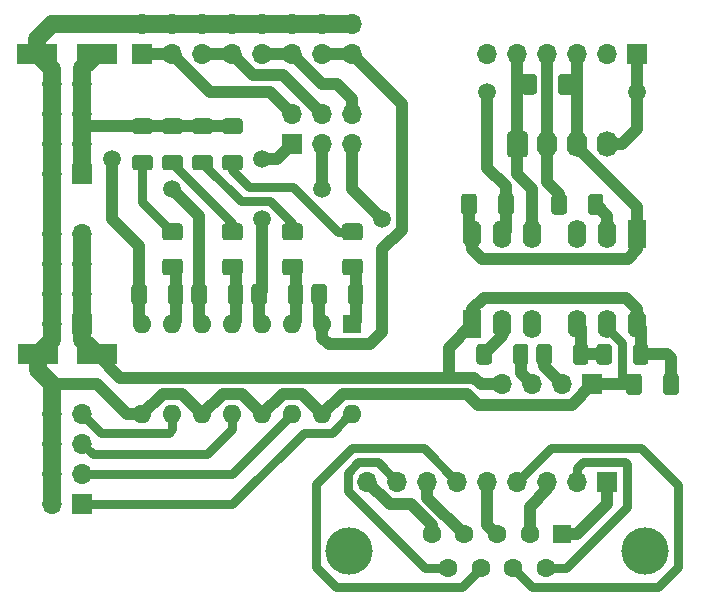
<source format=gbr>
%TF.GenerationSoftware,KiCad,Pcbnew,5.1.10-88a1d61d58~90~ubuntu20.04.1*%
%TF.CreationDate,2022-08-18T12:34:06+02:00*%
%TF.ProjectId,OptoIsolation,4f70746f-4973-46f6-9c61-74696f6e2e6b,rev?*%
%TF.SameCoordinates,PX4d83c00PY8eeaea0*%
%TF.FileFunction,Copper,L2,Bot*%
%TF.FilePolarity,Positive*%
%FSLAX46Y46*%
G04 Gerber Fmt 4.6, Leading zero omitted, Abs format (unit mm)*
G04 Created by KiCad (PCBNEW 5.1.10-88a1d61d58~90~ubuntu20.04.1) date 2022-08-18 12:34:06*
%MOMM*%
%LPD*%
G01*
G04 APERTURE LIST*
%TA.AperFunction,ComponentPad*%
%ADD10O,1.740000X2.190000*%
%TD*%
%TA.AperFunction,ComponentPad*%
%ADD11O,1.700000X1.700000*%
%TD*%
%TA.AperFunction,ComponentPad*%
%ADD12R,1.700000X1.700000*%
%TD*%
%TA.AperFunction,ComponentPad*%
%ADD13C,4.000000*%
%TD*%
%TA.AperFunction,ComponentPad*%
%ADD14C,1.600000*%
%TD*%
%TA.AperFunction,ComponentPad*%
%ADD15R,1.600000X1.600000*%
%TD*%
%TA.AperFunction,SMDPad,CuDef*%
%ADD16R,3.500000X1.800000*%
%TD*%
%TA.AperFunction,ComponentPad*%
%ADD17O,1.600000X1.600000*%
%TD*%
%TA.AperFunction,ComponentPad*%
%ADD18O,1.600000X2.400000*%
%TD*%
%TA.AperFunction,ComponentPad*%
%ADD19R,1.600000X2.400000*%
%TD*%
%TA.AperFunction,ViaPad*%
%ADD20C,1.500000*%
%TD*%
%TA.AperFunction,Conductor*%
%ADD21C,1.500000*%
%TD*%
%TA.AperFunction,Conductor*%
%ADD22C,1.000000*%
%TD*%
%TA.AperFunction,Conductor*%
%ADD23C,0.800000*%
%TD*%
G04 APERTURE END LIST*
%TO.P,R13,2*%
%TO.N,/5V_PC*%
%TA.AperFunction,SMDPad,CuDef*%
G36*
G01*
X47890000Y64145000D02*
X47890000Y65395000D01*
G75*
G02*
X48140000Y65645000I250000J0D01*
G01*
X48940000Y65645000D01*
G75*
G02*
X49190000Y65395000I0J-250000D01*
G01*
X49190000Y64145000D01*
G75*
G02*
X48940000Y63895000I-250000J0D01*
G01*
X48140000Y63895000D01*
G75*
G02*
X47890000Y64145000I0J250000D01*
G01*
G37*
%TD.AperFunction*%
%TO.P,R13,1*%
%TO.N,/RX_PC*%
%TA.AperFunction,SMDPad,CuDef*%
G36*
G01*
X44790000Y64145000D02*
X44790000Y65395000D01*
G75*
G02*
X45040000Y65645000I250000J0D01*
G01*
X45840000Y65645000D01*
G75*
G02*
X46090000Y65395000I0J-250000D01*
G01*
X46090000Y64145000D01*
G75*
G02*
X45840000Y63895000I-250000J0D01*
G01*
X45040000Y63895000D01*
G75*
G02*
X44790000Y64145000I0J250000D01*
G01*
G37*
%TD.AperFunction*%
%TD*%
%TO.P,R12,1*%
%TO.N,Net-(R12-Pad1)*%
%TA.AperFunction,SMDPad,CuDef*%
G36*
G01*
X51140000Y41285000D02*
X51140000Y42535000D01*
G75*
G02*
X51390000Y42785000I250000J0D01*
G01*
X52190000Y42785000D01*
G75*
G02*
X52440000Y42535000I0J-250000D01*
G01*
X52440000Y41285000D01*
G75*
G02*
X52190000Y41035000I-250000J0D01*
G01*
X51390000Y41035000D01*
G75*
G02*
X51140000Y41285000I0J250000D01*
G01*
G37*
%TD.AperFunction*%
%TO.P,R12,2*%
%TO.N,+5V*%
%TA.AperFunction,SMDPad,CuDef*%
G36*
G01*
X54240000Y41285000D02*
X54240000Y42535000D01*
G75*
G02*
X54490000Y42785000I250000J0D01*
G01*
X55290000Y42785000D01*
G75*
G02*
X55540000Y42535000I0J-250000D01*
G01*
X55540000Y41285000D01*
G75*
G02*
X55290000Y41035000I-250000J0D01*
G01*
X54490000Y41035000D01*
G75*
G02*
X54240000Y41285000I0J250000D01*
G01*
G37*
%TD.AperFunction*%
%TD*%
%TO.P,J5,1*%
%TO.N,/RX_PC*%
%TA.AperFunction,ComponentPad*%
G36*
G01*
X43580000Y58844999D02*
X43580000Y60535001D01*
G75*
G02*
X43829999Y60785000I249999J0D01*
G01*
X45070001Y60785000D01*
G75*
G02*
X45320000Y60535001I0J-249999D01*
G01*
X45320000Y58844999D01*
G75*
G02*
X45070001Y58595000I-249999J0D01*
G01*
X43829999Y58595000D01*
G75*
G02*
X43580000Y58844999I0J249999D01*
G01*
G37*
%TD.AperFunction*%
D10*
%TO.P,J5,2*%
%TO.N,/TX_PC*%
X46990000Y59690000D03*
%TO.P,J5,3*%
%TO.N,/5V_PC*%
X49530000Y59690000D03*
%TO.P,J5,4*%
%TO.N,/GND_PC*%
X52070000Y59690000D03*
%TD*%
D11*
%TO.P,J9,9*%
%TO.N,Net-(J10-Pad5)*%
X31750000Y31115000D03*
%TO.P,J9,8*%
%TO.N,Net-(J10-Pad9)*%
X34290000Y31115000D03*
%TO.P,J9,7*%
%TO.N,Net-(J10-Pad4)*%
X36830000Y31115000D03*
%TO.P,J9,6*%
%TO.N,Net-(J10-Pad8)*%
X39370000Y31115000D03*
%TO.P,J9,5*%
%TO.N,Net-(J10-Pad3)*%
X41910000Y31115000D03*
%TO.P,J9,4*%
%TO.N,Net-(J10-Pad7)*%
X44450000Y31115000D03*
%TO.P,J9,3*%
%TO.N,Net-(J10-Pad2)*%
X46990000Y31115000D03*
%TO.P,J9,2*%
%TO.N,Net-(J10-Pad6)*%
X49530000Y31115000D03*
D12*
%TO.P,J9,1*%
%TO.N,Net-(J10-Pad1)*%
X52070000Y31115000D03*
%TD*%
D13*
%TO.P,J10,0*%
%TO.N,Net-(J10-Pad0)*%
X55220000Y25250000D03*
X30220000Y25250000D03*
D14*
%TO.P,J10,9*%
%TO.N,Net-(J10-Pad9)*%
X38565000Y23830000D03*
%TO.P,J10,8*%
%TO.N,Net-(J10-Pad8)*%
X41335000Y23830000D03*
%TO.P,J10,7*%
%TO.N,Net-(J10-Pad7)*%
X44105000Y23830000D03*
%TO.P,J10,6*%
%TO.N,Net-(J10-Pad6)*%
X46875000Y23830000D03*
%TO.P,J10,5*%
%TO.N,Net-(J10-Pad5)*%
X37180000Y26670000D03*
%TO.P,J10,4*%
%TO.N,Net-(J10-Pad4)*%
X39950000Y26670000D03*
%TO.P,J10,3*%
%TO.N,Net-(J10-Pad3)*%
X42720000Y26670000D03*
%TO.P,J10,2*%
%TO.N,Net-(J10-Pad2)*%
X45490000Y26670000D03*
D15*
%TO.P,J10,1*%
%TO.N,Net-(J10-Pad1)*%
X48260000Y26670000D03*
%TD*%
D16*
%TO.P,D6,2*%
%TO.N,GND*%
X3850000Y41910000D03*
%TO.P,D6,1*%
%TO.N,+5V*%
X8850000Y41910000D03*
%TD*%
%TO.P,D5,2*%
%TO.N,GND*%
X3810000Y67310000D03*
%TO.P,D5,1*%
%TO.N,+12V*%
X8810000Y67310000D03*
%TD*%
D17*
%TO.P,U3,16*%
%TO.N,/PROBE_OUT*%
X30480000Y36830000D03*
%TO.P,U3,8*%
%TO.N,Net-(J6-Pad1)*%
X12700000Y44450000D03*
%TO.P,U3,15*%
%TO.N,GND*%
X27940000Y36830000D03*
%TO.P,U3,7*%
%TO.N,Net-(D4-Pad1)*%
X15240000Y44450000D03*
%TO.P,U3,14*%
%TO.N,/END_Z_OUT*%
X25400000Y36830000D03*
%TO.P,U3,6*%
%TO.N,Net-(J6-Pad3)*%
X17780000Y44450000D03*
%TO.P,U3,13*%
%TO.N,GND*%
X22860000Y36830000D03*
%TO.P,U3,5*%
%TO.N,Net-(D3-Pad1)*%
X20320000Y44450000D03*
%TO.P,U3,12*%
%TO.N,/END_Y_OUT*%
X20320000Y36830000D03*
%TO.P,U3,4*%
%TO.N,Net-(J6-Pad5)*%
X22860000Y44450000D03*
%TO.P,U3,11*%
%TO.N,GND*%
X17780000Y36830000D03*
%TO.P,U3,3*%
%TO.N,Net-(D2-Pad1)*%
X25400000Y44450000D03*
%TO.P,U3,10*%
%TO.N,/END_X_OUT*%
X15240000Y36830000D03*
%TO.P,U3,2*%
%TO.N,/PROBE_IN*%
X27940000Y44450000D03*
%TO.P,U3,9*%
%TO.N,GND*%
X12700000Y36830000D03*
D15*
%TO.P,U3,1*%
%TO.N,Net-(D1-Pad1)*%
X30480000Y44450000D03*
%TD*%
D18*
%TO.P,U2,6*%
%TO.N,+5V*%
X54610000Y44450000D03*
%TO.P,U2,3*%
%TO.N,Net-(U2-Pad3)*%
X49530000Y52070000D03*
%TO.P,U2,5*%
%TO.N,GND*%
X52070000Y44450000D03*
%TO.P,U2,2*%
%TO.N,Net-(R3-Pad1)*%
X52070000Y52070000D03*
%TO.P,U2,4*%
%TO.N,Net-(R12-Pad1)*%
X49530000Y44450000D03*
D19*
%TO.P,U2,1*%
%TO.N,/5V_PC*%
X54610000Y52070000D03*
%TD*%
D18*
%TO.P,U1,6*%
%TO.N,/5V_PC*%
X40640000Y52070000D03*
%TO.P,U1,3*%
%TO.N,Net-(U1-Pad3)*%
X45720000Y44450000D03*
%TO.P,U1,5*%
%TO.N,/GND_PC*%
X43180000Y52070000D03*
%TO.P,U1,2*%
%TO.N,Net-(R1-Pad1)*%
X43180000Y44450000D03*
%TO.P,U1,4*%
%TO.N,/RX_PC*%
X45720000Y52070000D03*
D19*
%TO.P,U1,1*%
%TO.N,+5V*%
X40640000Y44450000D03*
%TD*%
%TO.P,R11,2*%
%TO.N,Net-(J6-Pad1)*%
%TA.AperFunction,SMDPad,CuDef*%
G36*
G01*
X13070000Y47615001D02*
X13070000Y46364999D01*
G75*
G02*
X12820001Y46115000I-249999J0D01*
G01*
X12019999Y46115000D01*
G75*
G02*
X11770000Y46364999I0J249999D01*
G01*
X11770000Y47615001D01*
G75*
G02*
X12019999Y47865000I249999J0D01*
G01*
X12820001Y47865000D01*
G75*
G02*
X13070000Y47615001I0J-249999D01*
G01*
G37*
%TD.AperFunction*%
%TO.P,R11,1*%
%TO.N,Net-(D4-Pad1)*%
%TA.AperFunction,SMDPad,CuDef*%
G36*
G01*
X16170000Y47615001D02*
X16170000Y46364999D01*
G75*
G02*
X15920001Y46115000I-249999J0D01*
G01*
X15119999Y46115000D01*
G75*
G02*
X14870000Y46364999I0J249999D01*
G01*
X14870000Y47615001D01*
G75*
G02*
X15119999Y47865000I249999J0D01*
G01*
X15920001Y47865000D01*
G75*
G02*
X16170000Y47615001I0J-249999D01*
G01*
G37*
%TD.AperFunction*%
%TD*%
%TO.P,R10,2*%
%TO.N,Net-(D4-Pad2)*%
%TA.AperFunction,SMDPad,CuDef*%
G36*
G01*
X12074999Y58790000D02*
X13325001Y58790000D01*
G75*
G02*
X13575000Y58540001I0J-249999D01*
G01*
X13575000Y57739999D01*
G75*
G02*
X13325001Y57490000I-249999J0D01*
G01*
X12074999Y57490000D01*
G75*
G02*
X11825000Y57739999I0J249999D01*
G01*
X11825000Y58540001D01*
G75*
G02*
X12074999Y58790000I249999J0D01*
G01*
G37*
%TD.AperFunction*%
%TO.P,R10,1*%
%TO.N,+12V*%
%TA.AperFunction,SMDPad,CuDef*%
G36*
G01*
X12074999Y61890000D02*
X13325001Y61890000D01*
G75*
G02*
X13575000Y61640001I0J-249999D01*
G01*
X13575000Y60839999D01*
G75*
G02*
X13325001Y60590000I-249999J0D01*
G01*
X12074999Y60590000D01*
G75*
G02*
X11825000Y60839999I0J249999D01*
G01*
X11825000Y61640001D01*
G75*
G02*
X12074999Y61890000I249999J0D01*
G01*
G37*
%TD.AperFunction*%
%TD*%
%TO.P,R9,2*%
%TO.N,Net-(J6-Pad3)*%
%TA.AperFunction,SMDPad,CuDef*%
G36*
G01*
X18150000Y47615001D02*
X18150000Y46364999D01*
G75*
G02*
X17900001Y46115000I-249999J0D01*
G01*
X17099999Y46115000D01*
G75*
G02*
X16850000Y46364999I0J249999D01*
G01*
X16850000Y47615001D01*
G75*
G02*
X17099999Y47865000I249999J0D01*
G01*
X17900001Y47865000D01*
G75*
G02*
X18150000Y47615001I0J-249999D01*
G01*
G37*
%TD.AperFunction*%
%TO.P,R9,1*%
%TO.N,Net-(D3-Pad1)*%
%TA.AperFunction,SMDPad,CuDef*%
G36*
G01*
X21250000Y47615001D02*
X21250000Y46364999D01*
G75*
G02*
X21000001Y46115000I-249999J0D01*
G01*
X20199999Y46115000D01*
G75*
G02*
X19950000Y46364999I0J249999D01*
G01*
X19950000Y47615001D01*
G75*
G02*
X20199999Y47865000I249999J0D01*
G01*
X21000001Y47865000D01*
G75*
G02*
X21250000Y47615001I0J-249999D01*
G01*
G37*
%TD.AperFunction*%
%TD*%
%TO.P,R8,2*%
%TO.N,Net-(D3-Pad2)*%
%TA.AperFunction,SMDPad,CuDef*%
G36*
G01*
X14614999Y58790000D02*
X15865001Y58790000D01*
G75*
G02*
X16115000Y58540001I0J-249999D01*
G01*
X16115000Y57739999D01*
G75*
G02*
X15865001Y57490000I-249999J0D01*
G01*
X14614999Y57490000D01*
G75*
G02*
X14365000Y57739999I0J249999D01*
G01*
X14365000Y58540001D01*
G75*
G02*
X14614999Y58790000I249999J0D01*
G01*
G37*
%TD.AperFunction*%
%TO.P,R8,1*%
%TO.N,+12V*%
%TA.AperFunction,SMDPad,CuDef*%
G36*
G01*
X14614999Y61890000D02*
X15865001Y61890000D01*
G75*
G02*
X16115000Y61640001I0J-249999D01*
G01*
X16115000Y60839999D01*
G75*
G02*
X15865001Y60590000I-249999J0D01*
G01*
X14614999Y60590000D01*
G75*
G02*
X14365000Y60839999I0J249999D01*
G01*
X14365000Y61640001D01*
G75*
G02*
X14614999Y61890000I249999J0D01*
G01*
G37*
%TD.AperFunction*%
%TD*%
%TO.P,R7,2*%
%TO.N,Net-(J6-Pad5)*%
%TA.AperFunction,SMDPad,CuDef*%
G36*
G01*
X23230000Y47615001D02*
X23230000Y46364999D01*
G75*
G02*
X22980001Y46115000I-249999J0D01*
G01*
X22179999Y46115000D01*
G75*
G02*
X21930000Y46364999I0J249999D01*
G01*
X21930000Y47615001D01*
G75*
G02*
X22179999Y47865000I249999J0D01*
G01*
X22980001Y47865000D01*
G75*
G02*
X23230000Y47615001I0J-249999D01*
G01*
G37*
%TD.AperFunction*%
%TO.P,R7,1*%
%TO.N,Net-(D2-Pad1)*%
%TA.AperFunction,SMDPad,CuDef*%
G36*
G01*
X26330000Y47615001D02*
X26330000Y46364999D01*
G75*
G02*
X26080001Y46115000I-249999J0D01*
G01*
X25279999Y46115000D01*
G75*
G02*
X25030000Y46364999I0J249999D01*
G01*
X25030000Y47615001D01*
G75*
G02*
X25279999Y47865000I249999J0D01*
G01*
X26080001Y47865000D01*
G75*
G02*
X26330000Y47615001I0J-249999D01*
G01*
G37*
%TD.AperFunction*%
%TD*%
%TO.P,R6,2*%
%TO.N,Net-(D2-Pad2)*%
%TA.AperFunction,SMDPad,CuDef*%
G36*
G01*
X17154999Y58790000D02*
X18405001Y58790000D01*
G75*
G02*
X18655000Y58540001I0J-249999D01*
G01*
X18655000Y57739999D01*
G75*
G02*
X18405001Y57490000I-249999J0D01*
G01*
X17154999Y57490000D01*
G75*
G02*
X16905000Y57739999I0J249999D01*
G01*
X16905000Y58540001D01*
G75*
G02*
X17154999Y58790000I249999J0D01*
G01*
G37*
%TD.AperFunction*%
%TO.P,R6,1*%
%TO.N,+12V*%
%TA.AperFunction,SMDPad,CuDef*%
G36*
G01*
X17154999Y61890000D02*
X18405001Y61890000D01*
G75*
G02*
X18655000Y61640001I0J-249999D01*
G01*
X18655000Y60839999D01*
G75*
G02*
X18405001Y60590000I-249999J0D01*
G01*
X17154999Y60590000D01*
G75*
G02*
X16905000Y60839999I0J249999D01*
G01*
X16905000Y61640001D01*
G75*
G02*
X17154999Y61890000I249999J0D01*
G01*
G37*
%TD.AperFunction*%
%TD*%
%TO.P,R5,2*%
%TO.N,/PROBE_IN*%
%TA.AperFunction,SMDPad,CuDef*%
G36*
G01*
X28310000Y47615001D02*
X28310000Y46364999D01*
G75*
G02*
X28060001Y46115000I-249999J0D01*
G01*
X27259999Y46115000D01*
G75*
G02*
X27010000Y46364999I0J249999D01*
G01*
X27010000Y47615001D01*
G75*
G02*
X27259999Y47865000I249999J0D01*
G01*
X28060001Y47865000D01*
G75*
G02*
X28310000Y47615001I0J-249999D01*
G01*
G37*
%TD.AperFunction*%
%TO.P,R5,1*%
%TO.N,Net-(D1-Pad1)*%
%TA.AperFunction,SMDPad,CuDef*%
G36*
G01*
X31410000Y47615001D02*
X31410000Y46364999D01*
G75*
G02*
X31160001Y46115000I-249999J0D01*
G01*
X30359999Y46115000D01*
G75*
G02*
X30110000Y46364999I0J249999D01*
G01*
X30110000Y47615001D01*
G75*
G02*
X30359999Y47865000I249999J0D01*
G01*
X31160001Y47865000D01*
G75*
G02*
X31410000Y47615001I0J-249999D01*
G01*
G37*
%TD.AperFunction*%
%TD*%
%TO.P,R4,2*%
%TO.N,Net-(D1-Pad2)*%
%TA.AperFunction,SMDPad,CuDef*%
G36*
G01*
X19694999Y58790000D02*
X20945001Y58790000D01*
G75*
G02*
X21195000Y58540001I0J-249999D01*
G01*
X21195000Y57739999D01*
G75*
G02*
X20945001Y57490000I-249999J0D01*
G01*
X19694999Y57490000D01*
G75*
G02*
X19445000Y57739999I0J249999D01*
G01*
X19445000Y58540001D01*
G75*
G02*
X19694999Y58790000I249999J0D01*
G01*
G37*
%TD.AperFunction*%
%TO.P,R4,1*%
%TO.N,+12V*%
%TA.AperFunction,SMDPad,CuDef*%
G36*
G01*
X19694999Y61890000D02*
X20945001Y61890000D01*
G75*
G02*
X21195000Y61640001I0J-249999D01*
G01*
X21195000Y60839999D01*
G75*
G02*
X20945001Y60590000I-249999J0D01*
G01*
X19694999Y60590000D01*
G75*
G02*
X19445000Y60839999I0J249999D01*
G01*
X19445000Y61640001D01*
G75*
G02*
X19694999Y61890000I249999J0D01*
G01*
G37*
%TD.AperFunction*%
%TD*%
%TO.P,R3,2*%
%TO.N,/TX_PC*%
%TA.AperFunction,SMDPad,CuDef*%
G36*
G01*
X48630000Y55235001D02*
X48630000Y53984999D01*
G75*
G02*
X48380001Y53735000I-249999J0D01*
G01*
X47579999Y53735000D01*
G75*
G02*
X47330000Y53984999I0J249999D01*
G01*
X47330000Y55235001D01*
G75*
G02*
X47579999Y55485000I249999J0D01*
G01*
X48380001Y55485000D01*
G75*
G02*
X48630000Y55235001I0J-249999D01*
G01*
G37*
%TD.AperFunction*%
%TO.P,R3,1*%
%TO.N,Net-(R3-Pad1)*%
%TA.AperFunction,SMDPad,CuDef*%
G36*
G01*
X51730000Y55235001D02*
X51730000Y53984999D01*
G75*
G02*
X51480001Y53735000I-249999J0D01*
G01*
X50679999Y53735000D01*
G75*
G02*
X50430000Y53984999I0J249999D01*
G01*
X50430000Y55235001D01*
G75*
G02*
X50679999Y55485000I249999J0D01*
G01*
X51480001Y55485000D01*
G75*
G02*
X51730000Y55235001I0J-249999D01*
G01*
G37*
%TD.AperFunction*%
%TD*%
%TO.P,R2,2*%
%TO.N,/RX_CNC*%
%TA.AperFunction,SMDPad,CuDef*%
G36*
G01*
X47360000Y42535001D02*
X47360000Y41284999D01*
G75*
G02*
X47110001Y41035000I-249999J0D01*
G01*
X46309999Y41035000D01*
G75*
G02*
X46060000Y41284999I0J249999D01*
G01*
X46060000Y42535001D01*
G75*
G02*
X46309999Y42785000I249999J0D01*
G01*
X47110001Y42785000D01*
G75*
G02*
X47360000Y42535001I0J-249999D01*
G01*
G37*
%TD.AperFunction*%
%TO.P,R2,1*%
%TO.N,Net-(R12-Pad1)*%
%TA.AperFunction,SMDPad,CuDef*%
G36*
G01*
X50460000Y42535001D02*
X50460000Y41284999D01*
G75*
G02*
X50210001Y41035000I-249999J0D01*
G01*
X49409999Y41035000D01*
G75*
G02*
X49160000Y41284999I0J249999D01*
G01*
X49160000Y42535001D01*
G75*
G02*
X49409999Y42785000I249999J0D01*
G01*
X50210001Y42785000D01*
G75*
G02*
X50460000Y42535001I0J-249999D01*
G01*
G37*
%TD.AperFunction*%
%TD*%
%TO.P,R1,2*%
%TO.N,/TX_CNC*%
%TA.AperFunction,SMDPad,CuDef*%
G36*
G01*
X44080000Y41284999D02*
X44080000Y42535001D01*
G75*
G02*
X44329999Y42785000I249999J0D01*
G01*
X45130001Y42785000D01*
G75*
G02*
X45380000Y42535001I0J-249999D01*
G01*
X45380000Y41284999D01*
G75*
G02*
X45130001Y41035000I-249999J0D01*
G01*
X44329999Y41035000D01*
G75*
G02*
X44080000Y41284999I0J249999D01*
G01*
G37*
%TD.AperFunction*%
%TO.P,R1,1*%
%TO.N,Net-(R1-Pad1)*%
%TA.AperFunction,SMDPad,CuDef*%
G36*
G01*
X40980000Y41284999D02*
X40980000Y42535001D01*
G75*
G02*
X41229999Y42785000I249999J0D01*
G01*
X42030001Y42785000D01*
G75*
G02*
X42280000Y42535001I0J-249999D01*
G01*
X42280000Y41284999D01*
G75*
G02*
X42030001Y41035000I-249999J0D01*
G01*
X41229999Y41035000D01*
G75*
G02*
X40980000Y41284999I0J249999D01*
G01*
G37*
%TD.AperFunction*%
%TD*%
D11*
%TO.P,J8,8*%
%TO.N,GND*%
X5080000Y36830000D03*
%TO.P,J8,7*%
%TO.N,/END_X_OUT*%
X7620000Y36830000D03*
%TO.P,J8,6*%
%TO.N,GND*%
X5080000Y34290000D03*
%TO.P,J8,5*%
%TO.N,/END_Y_OUT*%
X7620000Y34290000D03*
%TO.P,J8,4*%
%TO.N,GND*%
X5080000Y31750000D03*
%TO.P,J8,3*%
%TO.N,/END_Z_OUT*%
X7620000Y31750000D03*
%TO.P,J8,2*%
%TO.N,GND*%
X5080000Y29210000D03*
D12*
%TO.P,J8,1*%
%TO.N,/PROBE_OUT*%
X7620000Y29210000D03*
%TD*%
D11*
%TO.P,J7,6*%
%TO.N,Net-(J7-Pad6)*%
X41910000Y67310000D03*
%TO.P,J7,5*%
%TO.N,/RX_PC*%
X44450000Y67310000D03*
%TO.P,J7,4*%
%TO.N,/TX_PC*%
X46990000Y67310000D03*
%TO.P,J7,3*%
%TO.N,/5V_PC*%
X49530000Y67310000D03*
%TO.P,J7,2*%
%TO.N,Net-(J7-Pad2)*%
X52070000Y67310000D03*
D12*
%TO.P,J7,1*%
%TO.N,/GND_PC*%
X54610000Y67310000D03*
%TD*%
D11*
%TO.P,J6,6*%
%TO.N,/END_Z_IN*%
X30480000Y62230000D03*
%TO.P,J6,5*%
%TO.N,Net-(J6-Pad5)*%
X30480000Y59690000D03*
%TO.P,J6,4*%
%TO.N,/END_Y_IN*%
X27940000Y62230000D03*
%TO.P,J6,3*%
%TO.N,Net-(J6-Pad3)*%
X27940000Y59690000D03*
%TO.P,J6,2*%
%TO.N,/END_X_IN*%
X25400000Y62230000D03*
D12*
%TO.P,J6,1*%
%TO.N,Net-(J6-Pad1)*%
X25400000Y59690000D03*
%TD*%
D11*
%TO.P,J4,16*%
%TO.N,GND*%
X30480000Y69850000D03*
%TO.P,J4,15*%
%TO.N,/PROBE_IN*%
X30480000Y67310000D03*
%TO.P,J4,14*%
%TO.N,GND*%
X27940000Y69850000D03*
%TO.P,J4,13*%
%TO.N,/PROBE_IN*%
X27940000Y67310000D03*
%TO.P,J4,12*%
%TO.N,GND*%
X25400000Y69850000D03*
%TO.P,J4,11*%
%TO.N,/END_Z_IN*%
X25400000Y67310000D03*
%TO.P,J4,10*%
%TO.N,GND*%
X22860000Y69850000D03*
%TO.P,J4,9*%
%TO.N,/END_Z_IN*%
X22860000Y67310000D03*
%TO.P,J4,8*%
%TO.N,GND*%
X20320000Y69850000D03*
%TO.P,J4,7*%
%TO.N,/END_Y_IN*%
X20320000Y67310000D03*
%TO.P,J4,6*%
%TO.N,GND*%
X17780000Y69850000D03*
%TO.P,J4,5*%
%TO.N,/END_Y_IN*%
X17780000Y67310000D03*
%TO.P,J4,4*%
%TO.N,GND*%
X15240000Y69850000D03*
%TO.P,J4,3*%
%TO.N,/END_X_IN*%
X15240000Y67310000D03*
%TO.P,J4,2*%
%TO.N,GND*%
X12700000Y69850000D03*
D12*
%TO.P,J4,1*%
%TO.N,/END_X_IN*%
X12700000Y67310000D03*
%TD*%
D11*
%TO.P,J3,8*%
%TO.N,GND*%
X5080000Y52070000D03*
%TO.P,J3,7*%
%TO.N,+5V*%
X7620000Y52070000D03*
%TO.P,J3,6*%
%TO.N,GND*%
X5080000Y49530000D03*
%TO.P,J3,5*%
%TO.N,+5V*%
X7620000Y49530000D03*
%TO.P,J3,4*%
%TO.N,GND*%
X5080000Y46990000D03*
%TO.P,J3,3*%
%TO.N,+5V*%
X7620000Y46990000D03*
%TO.P,J3,2*%
%TO.N,GND*%
X5080000Y44450000D03*
D12*
%TO.P,J3,1*%
%TO.N,+5V*%
X7620000Y44450000D03*
%TD*%
D11*
%TO.P,J2,8*%
%TO.N,GND*%
X5080000Y64770000D03*
%TO.P,J2,7*%
%TO.N,+12V*%
X7620000Y64770000D03*
%TO.P,J2,6*%
%TO.N,GND*%
X5080000Y62230000D03*
%TO.P,J2,5*%
%TO.N,+12V*%
X7620000Y62230000D03*
%TO.P,J2,4*%
%TO.N,GND*%
X5080000Y59690000D03*
%TO.P,J2,3*%
%TO.N,+12V*%
X7620000Y59690000D03*
%TO.P,J2,2*%
%TO.N,GND*%
X5080000Y57150000D03*
D12*
%TO.P,J2,1*%
%TO.N,+12V*%
X7620000Y57150000D03*
%TD*%
D11*
%TO.P,J1,4*%
%TO.N,+5V*%
X43180000Y39370000D03*
%TO.P,J1,3*%
%TO.N,/TX_CNC*%
X45720000Y39370000D03*
%TO.P,J1,2*%
%TO.N,/RX_CNC*%
X48260000Y39370000D03*
D12*
%TO.P,J1,1*%
%TO.N,GND*%
X50800000Y39370000D03*
%TD*%
%TO.P,D4,2*%
%TO.N,Net-(D4-Pad2)*%
%TA.AperFunction,SMDPad,CuDef*%
G36*
G01*
X15865000Y51575000D02*
X14615000Y51575000D01*
G75*
G02*
X14365000Y51825000I0J250000D01*
G01*
X14365000Y52750000D01*
G75*
G02*
X14615000Y53000000I250000J0D01*
G01*
X15865000Y53000000D01*
G75*
G02*
X16115000Y52750000I0J-250000D01*
G01*
X16115000Y51825000D01*
G75*
G02*
X15865000Y51575000I-250000J0D01*
G01*
G37*
%TD.AperFunction*%
%TO.P,D4,1*%
%TO.N,Net-(D4-Pad1)*%
%TA.AperFunction,SMDPad,CuDef*%
G36*
G01*
X15865000Y48600000D02*
X14615000Y48600000D01*
G75*
G02*
X14365000Y48850000I0J250000D01*
G01*
X14365000Y49775000D01*
G75*
G02*
X14615000Y50025000I250000J0D01*
G01*
X15865000Y50025000D01*
G75*
G02*
X16115000Y49775000I0J-250000D01*
G01*
X16115000Y48850000D01*
G75*
G02*
X15865000Y48600000I-250000J0D01*
G01*
G37*
%TD.AperFunction*%
%TD*%
%TO.P,D3,2*%
%TO.N,Net-(D3-Pad2)*%
%TA.AperFunction,SMDPad,CuDef*%
G36*
G01*
X20945000Y51575000D02*
X19695000Y51575000D01*
G75*
G02*
X19445000Y51825000I0J250000D01*
G01*
X19445000Y52750000D01*
G75*
G02*
X19695000Y53000000I250000J0D01*
G01*
X20945000Y53000000D01*
G75*
G02*
X21195000Y52750000I0J-250000D01*
G01*
X21195000Y51825000D01*
G75*
G02*
X20945000Y51575000I-250000J0D01*
G01*
G37*
%TD.AperFunction*%
%TO.P,D3,1*%
%TO.N,Net-(D3-Pad1)*%
%TA.AperFunction,SMDPad,CuDef*%
G36*
G01*
X20945000Y48600000D02*
X19695000Y48600000D01*
G75*
G02*
X19445000Y48850000I0J250000D01*
G01*
X19445000Y49775000D01*
G75*
G02*
X19695000Y50025000I250000J0D01*
G01*
X20945000Y50025000D01*
G75*
G02*
X21195000Y49775000I0J-250000D01*
G01*
X21195000Y48850000D01*
G75*
G02*
X20945000Y48600000I-250000J0D01*
G01*
G37*
%TD.AperFunction*%
%TD*%
%TO.P,D2,2*%
%TO.N,Net-(D2-Pad2)*%
%TA.AperFunction,SMDPad,CuDef*%
G36*
G01*
X26025000Y51575000D02*
X24775000Y51575000D01*
G75*
G02*
X24525000Y51825000I0J250000D01*
G01*
X24525000Y52750000D01*
G75*
G02*
X24775000Y53000000I250000J0D01*
G01*
X26025000Y53000000D01*
G75*
G02*
X26275000Y52750000I0J-250000D01*
G01*
X26275000Y51825000D01*
G75*
G02*
X26025000Y51575000I-250000J0D01*
G01*
G37*
%TD.AperFunction*%
%TO.P,D2,1*%
%TO.N,Net-(D2-Pad1)*%
%TA.AperFunction,SMDPad,CuDef*%
G36*
G01*
X26025000Y48600000D02*
X24775000Y48600000D01*
G75*
G02*
X24525000Y48850000I0J250000D01*
G01*
X24525000Y49775000D01*
G75*
G02*
X24775000Y50025000I250000J0D01*
G01*
X26025000Y50025000D01*
G75*
G02*
X26275000Y49775000I0J-250000D01*
G01*
X26275000Y48850000D01*
G75*
G02*
X26025000Y48600000I-250000J0D01*
G01*
G37*
%TD.AperFunction*%
%TD*%
%TO.P,D1,1*%
%TO.N,Net-(D1-Pad1)*%
%TA.AperFunction,SMDPad,CuDef*%
G36*
G01*
X31105000Y48600000D02*
X29855000Y48600000D01*
G75*
G02*
X29605000Y48850000I0J250000D01*
G01*
X29605000Y49775000D01*
G75*
G02*
X29855000Y50025000I250000J0D01*
G01*
X31105000Y50025000D01*
G75*
G02*
X31355000Y49775000I0J-250000D01*
G01*
X31355000Y48850000D01*
G75*
G02*
X31105000Y48600000I-250000J0D01*
G01*
G37*
%TD.AperFunction*%
%TO.P,D1,2*%
%TO.N,Net-(D1-Pad2)*%
%TA.AperFunction,SMDPad,CuDef*%
G36*
G01*
X31105000Y51575000D02*
X29855000Y51575000D01*
G75*
G02*
X29605000Y51825000I0J250000D01*
G01*
X29605000Y52750000D01*
G75*
G02*
X29855000Y53000000I250000J0D01*
G01*
X31105000Y53000000D01*
G75*
G02*
X31355000Y52750000I0J-250000D01*
G01*
X31355000Y51825000D01*
G75*
G02*
X31105000Y51575000I-250000J0D01*
G01*
G37*
%TD.AperFunction*%
%TD*%
%TO.P,C2,2*%
%TO.N,/GND_PC*%
%TA.AperFunction,SMDPad,CuDef*%
G36*
G01*
X42810000Y53959997D02*
X42810000Y55260003D01*
G75*
G02*
X43059997Y55510000I249997J0D01*
G01*
X43885003Y55510000D01*
G75*
G02*
X44135000Y55260003I0J-249997D01*
G01*
X44135000Y53959997D01*
G75*
G02*
X43885003Y53710000I-249997J0D01*
G01*
X43059997Y53710000D01*
G75*
G02*
X42810000Y53959997I0J249997D01*
G01*
G37*
%TD.AperFunction*%
%TO.P,C2,1*%
%TO.N,/5V_PC*%
%TA.AperFunction,SMDPad,CuDef*%
G36*
G01*
X39685000Y53959997D02*
X39685000Y55260003D01*
G75*
G02*
X39934997Y55510000I249997J0D01*
G01*
X40760003Y55510000D01*
G75*
G02*
X41010000Y55260003I0J-249997D01*
G01*
X41010000Y53959997D01*
G75*
G02*
X40760003Y53710000I-249997J0D01*
G01*
X39934997Y53710000D01*
G75*
G02*
X39685000Y53959997I0J249997D01*
G01*
G37*
%TD.AperFunction*%
%TD*%
%TO.P,C1,2*%
%TO.N,GND*%
%TA.AperFunction,SMDPad,CuDef*%
G36*
G01*
X54980000Y40020003D02*
X54980000Y38719997D01*
G75*
G02*
X54730003Y38470000I-249997J0D01*
G01*
X53904997Y38470000D01*
G75*
G02*
X53655000Y38719997I0J249997D01*
G01*
X53655000Y40020003D01*
G75*
G02*
X53904997Y40270000I249997J0D01*
G01*
X54730003Y40270000D01*
G75*
G02*
X54980000Y40020003I0J-249997D01*
G01*
G37*
%TD.AperFunction*%
%TO.P,C1,1*%
%TO.N,+5V*%
%TA.AperFunction,SMDPad,CuDef*%
G36*
G01*
X58105000Y40020003D02*
X58105000Y38719997D01*
G75*
G02*
X57855003Y38470000I-249997J0D01*
G01*
X57029997Y38470000D01*
G75*
G02*
X56780000Y38719997I0J249997D01*
G01*
X56780000Y40020003D01*
G75*
G02*
X57029997Y40270000I249997J0D01*
G01*
X57855003Y40270000D01*
G75*
G02*
X58105000Y40020003I0J-249997D01*
G01*
G37*
%TD.AperFunction*%
%TD*%
D20*
%TO.N,/GND_PC*%
X41910000Y64135000D03*
X54610000Y64135000D03*
%TO.N,Net-(J6-Pad5)*%
X33020000Y53340000D03*
X22860000Y53340000D03*
%TO.N,Net-(J6-Pad3)*%
X27940000Y55880000D03*
X15240000Y55880000D03*
%TO.N,Net-(J6-Pad1)*%
X10160000Y58420000D03*
X22860000Y58420000D03*
%TD*%
D21*
%TO.N,GND*%
X30480000Y69850000D02*
X27940000Y69850000D01*
X27940000Y69850000D02*
X25400000Y69850000D01*
X25400000Y69850000D02*
X22860000Y69850000D01*
X22860000Y69850000D02*
X20320000Y69850000D01*
X20320000Y69850000D02*
X17780000Y69850000D01*
X17780000Y69850000D02*
X15240000Y69850000D01*
X15240000Y69850000D02*
X12700000Y69850000D01*
X5080000Y57150000D02*
X5080000Y59690000D01*
X5080000Y59690000D02*
X5080000Y62230000D01*
X5080000Y62230000D02*
X5080000Y64770000D01*
X5080000Y44450000D02*
X5080000Y46990000D01*
X5080000Y46990000D02*
X5080000Y49530000D01*
X5080000Y49530000D02*
X5080000Y52070000D01*
X5080000Y52070000D02*
X5080000Y57150000D01*
X5080000Y66040000D02*
X3810000Y67310000D01*
X5080000Y64770000D02*
X5080000Y66040000D01*
X3810000Y67310000D02*
X3810000Y68580000D01*
X5080000Y69850000D02*
X12700000Y69850000D01*
X3810000Y68580000D02*
X5080000Y69850000D01*
X5080000Y43140000D02*
X3850000Y41910000D01*
X5080000Y44450000D02*
X5080000Y43140000D01*
D22*
X16079999Y38530001D02*
X17780000Y36830000D01*
X14400001Y38530001D02*
X16079999Y38530001D01*
X12700000Y36830000D02*
X14400001Y38530001D01*
X21159999Y38530001D02*
X22860000Y36830000D01*
X19480001Y38530001D02*
X21159999Y38530001D01*
X17780000Y36830000D02*
X19480001Y38530001D01*
X26239999Y38530001D02*
X27940000Y36830000D01*
X24560001Y38530001D02*
X26239999Y38530001D01*
X22860000Y36830000D02*
X24560001Y38530001D01*
D21*
X5080000Y29210000D02*
X5080000Y31750000D01*
X5080000Y31750000D02*
X5080000Y34290000D01*
X5080000Y34290000D02*
X5080000Y36830000D01*
X3850000Y40600000D02*
X3850000Y41910000D01*
D22*
X52070000Y44080000D02*
X52070000Y44450000D01*
D21*
X5080000Y39370000D02*
X3850000Y40600000D01*
X5080000Y36830000D02*
X5080000Y39370000D01*
D22*
X12700000Y36830000D02*
X11430000Y36830000D01*
X8890000Y39370000D02*
X5080000Y39370000D01*
X11430000Y36830000D02*
X8890000Y39370000D01*
X29640001Y38530001D02*
X40209999Y38530001D01*
X27940000Y36830000D02*
X29640001Y38530001D01*
X40209999Y38530001D02*
X41120001Y37619999D01*
D23*
X52070000Y44139942D02*
X53340000Y42869942D01*
X53340000Y42869942D02*
X53340000Y39370000D01*
X52070000Y44450000D02*
X52070000Y44139942D01*
D22*
X53340000Y39370000D02*
X54317500Y39370000D01*
X52070000Y39370000D02*
X53340000Y39370000D01*
X49049999Y37619999D02*
X50800000Y39370000D01*
X41120001Y37619999D02*
X49049999Y37619999D01*
X52070000Y39370000D02*
X50800000Y39370000D01*
D21*
%TO.N,+5V*%
X7620000Y43140000D02*
X8850000Y41910000D01*
X7620000Y44450000D02*
X7620000Y43140000D01*
X7620000Y44450000D02*
X7620000Y46990000D01*
X7620000Y46990000D02*
X7620000Y49530000D01*
X7620000Y49530000D02*
X7620000Y52070000D01*
D22*
X40640000Y44450000D02*
X40640000Y45720000D01*
X40640000Y45720000D02*
X41594990Y46674990D01*
X41594990Y46674990D02*
X53655010Y46674990D01*
X54610000Y45720000D02*
X54610000Y44450000D01*
X53655010Y46674990D02*
X54610000Y45720000D01*
X10829989Y39930011D02*
X8850000Y41910000D01*
X41349913Y39370000D02*
X40789902Y39930011D01*
X40640000Y44450000D02*
X38660011Y42470011D01*
X38660011Y39930011D02*
X10829989Y39930011D01*
X38660011Y42470011D02*
X38660011Y39930011D01*
X40789902Y39930011D02*
X38660011Y39930011D01*
X54890000Y44170000D02*
X54610000Y44450000D01*
X54890000Y41910000D02*
X54890000Y44170000D01*
X57442500Y39370000D02*
X57442500Y41617500D01*
X57150000Y41910000D02*
X54890000Y41910000D01*
X57442500Y41617500D02*
X57150000Y41910000D01*
X41349913Y39370000D02*
X43180000Y39370000D01*
%TO.N,/GND_PC*%
X43472500Y52362500D02*
X43180000Y52070000D01*
X43472500Y54610000D02*
X43472500Y52362500D01*
X43472500Y56147587D02*
X43472500Y54610000D01*
X41910000Y57710087D02*
X43472500Y56147587D01*
X41910000Y64135000D02*
X41910000Y57710087D01*
X53340000Y59690000D02*
X52070000Y59690000D01*
X54610000Y60960000D02*
X53340000Y59690000D01*
X54610000Y64135000D02*
X54610000Y60960000D01*
X54610000Y67310000D02*
X54610000Y64135000D01*
%TO.N,/5V_PC*%
X40347500Y52362500D02*
X40640000Y52070000D01*
X40347500Y54610000D02*
X40347500Y52362500D01*
X40640000Y52070000D02*
X40640000Y51805823D01*
X40640000Y50800000D02*
X40640000Y52070000D01*
X41470010Y49969990D02*
X40640000Y50800000D01*
X54610000Y50800000D02*
X53779990Y49969990D01*
X54610000Y52070000D02*
X54610000Y50800000D01*
X53779990Y49969990D02*
X41470010Y49969990D01*
X48540000Y64770000D02*
X49530000Y64770000D01*
X49530000Y64770000D02*
X49530000Y67310000D01*
X49530000Y59690000D02*
X49530000Y64770000D01*
X49530000Y59501828D02*
X49530000Y59690000D01*
X54610000Y54421828D02*
X49530000Y59501828D01*
X54610000Y52070000D02*
X54610000Y54421828D01*
D23*
%TO.N,Net-(D1-Pad2)*%
X25435987Y56090011D02*
X29238498Y52287500D01*
X20320000Y58140000D02*
X20320000Y57490000D01*
X21719989Y56090011D02*
X25435987Y56090011D01*
X20320000Y57490000D02*
X21719989Y56090011D01*
X29238498Y52287500D02*
X30480000Y52287500D01*
D22*
%TO.N,Net-(D1-Pad1)*%
X30760000Y44730000D02*
X30480000Y44450000D01*
X30760000Y46990000D02*
X30760000Y44730000D01*
X30760000Y46990000D02*
X30760000Y49032500D01*
X30760000Y49032500D02*
X30480000Y49312500D01*
D23*
%TO.N,Net-(D2-Pad2)*%
X21029999Y54890001D02*
X23509999Y54890001D01*
X17780000Y58140000D02*
X21029999Y54890001D01*
X23509999Y54890001D02*
X25400000Y53000000D01*
D22*
X17780000Y58140000D02*
X17780000Y58028638D01*
D23*
X25400000Y53000000D02*
X25400000Y52287500D01*
D22*
%TO.N,Net-(D2-Pad1)*%
X25680000Y44730000D02*
X25400000Y44450000D01*
X25680000Y46990000D02*
X25680000Y44730000D01*
X25680000Y46990000D02*
X25680000Y49032500D01*
X25680000Y49032500D02*
X25400000Y49312500D01*
D23*
%TO.N,Net-(D3-Pad2)*%
X20320000Y52287500D02*
X20320000Y53060000D01*
X20320000Y53060000D02*
X15240000Y58140000D01*
D22*
%TO.N,Net-(D3-Pad1)*%
X20600000Y44730000D02*
X20320000Y44450000D01*
X20600000Y46990000D02*
X20600000Y44730000D01*
X20600000Y46990000D02*
X20600000Y49032500D01*
X20600000Y49032500D02*
X20320000Y49312500D01*
D23*
%TO.N,Net-(D4-Pad2)*%
X12700000Y58140000D02*
X12700000Y54827500D01*
X12700000Y54827500D02*
X15240000Y52287500D01*
D22*
%TO.N,Net-(D4-Pad1)*%
X15520000Y44730000D02*
X15240000Y44450000D01*
X15520000Y46990000D02*
X15520000Y44730000D01*
X15520000Y49032500D02*
X15240000Y49312500D01*
X15520000Y46990000D02*
X15520000Y49032500D01*
D21*
%TO.N,+12V*%
X7620000Y57150000D02*
X7620000Y59690000D01*
X7620000Y62230000D02*
X7620000Y64770000D01*
X7620000Y66120000D02*
X8810000Y67310000D01*
X7620000Y64770000D02*
X7620000Y66120000D01*
D22*
X20320000Y61240000D02*
X17780000Y61240000D01*
X17780000Y61240000D02*
X15240000Y61240000D01*
X15240000Y61240000D02*
X12700000Y61240000D01*
X7900000Y61240000D02*
X7620000Y60960000D01*
D21*
X7620000Y60960000D02*
X7620000Y62230000D01*
X7620000Y59690000D02*
X7620000Y60960000D01*
D22*
X12700000Y61240000D02*
X7900000Y61240000D01*
%TO.N,/TX_CNC*%
X44730000Y40360000D02*
X45720000Y39370000D01*
X44730000Y41910000D02*
X44730000Y40360000D01*
%TO.N,/RX_CNC*%
X46710000Y40920000D02*
X48260000Y39370000D01*
X46710000Y41910000D02*
X46710000Y40920000D01*
%TO.N,/PROBE_IN*%
X27940000Y67310000D02*
X30480000Y67310000D01*
X27660000Y44730000D02*
X27940000Y44450000D01*
X27660000Y46990000D02*
X27660000Y44730000D01*
X27940000Y44450000D02*
X27940000Y43318630D01*
X27940000Y43318630D02*
X28508631Y42749999D01*
X33020000Y43769998D02*
X33020000Y50800000D01*
X28508631Y42749999D02*
X32000001Y42749999D01*
X32000001Y42749999D02*
X33020000Y43769998D01*
X33020000Y50800000D02*
X34670001Y52450001D01*
X34670001Y52450001D02*
X34670001Y63119999D01*
X34670001Y63119999D02*
X34290000Y63500000D01*
X34290000Y63500000D02*
X30480000Y67310000D01*
%TO.N,/END_Z_IN*%
X22860000Y67310000D02*
X25400000Y67310000D01*
X25400000Y67310000D02*
X27940000Y64770000D01*
X27940000Y64770000D02*
X29210000Y64770000D01*
X30480000Y63500000D02*
X30480000Y62230000D01*
X29210000Y64770000D02*
X30480000Y63500000D01*
%TO.N,/END_Y_IN*%
X17780000Y67310000D02*
X20320000Y67310000D01*
X24610001Y65559999D02*
X27940000Y62230000D01*
X22070001Y65559999D02*
X24610001Y65559999D01*
X20320000Y67310000D02*
X22070001Y65559999D01*
%TO.N,/END_X_IN*%
X12700000Y67310000D02*
X15240000Y67310000D01*
X23470011Y64159989D02*
X25400000Y62230000D01*
X15240000Y67310000D02*
X18390011Y64159989D01*
X18390011Y64159989D02*
X23470011Y64159989D01*
%TO.N,/TX_PC*%
X46990000Y67310000D02*
X46990000Y59690000D01*
X46990000Y56475000D02*
X46990000Y59690000D01*
X47980000Y55485000D02*
X46990000Y56475000D01*
X47980000Y54610000D02*
X47980000Y55485000D01*
%TO.N,/RX_PC*%
X45720000Y55880000D02*
X44450000Y57150000D01*
X44450000Y57150000D02*
X44450000Y59690000D01*
X45720000Y52070000D02*
X45720000Y55880000D01*
X45440000Y64770000D02*
X44450000Y64770000D01*
X44450000Y64770000D02*
X44450000Y67310000D01*
X44450000Y59690000D02*
X44450000Y64770000D01*
D23*
%TO.N,/PROBE_OUT*%
X30308002Y36830000D02*
X30480000Y36830000D01*
X28708001Y35229999D02*
X30308002Y36830000D01*
X26339999Y35229999D02*
X28708001Y35229999D01*
X20320000Y29210000D02*
X26339999Y35229999D01*
X7620000Y29210000D02*
X20320000Y29210000D01*
%TO.N,/END_Z_OUT*%
X20320000Y31750000D02*
X25400000Y36830000D01*
X7620000Y31750000D02*
X20320000Y31750000D01*
%TO.N,/END_Y_OUT*%
X8469999Y33440001D02*
X18200001Y33440001D01*
X7620000Y34290000D02*
X8469999Y33440001D01*
X20320000Y35560000D02*
X20320000Y36830000D01*
X18200001Y33440001D02*
X20320000Y35560000D01*
%TO.N,/END_X_OUT*%
X9220001Y35229999D02*
X14909999Y35229999D01*
X7620000Y36830000D02*
X9220001Y35229999D01*
X15240000Y35560000D02*
X15240000Y36830000D01*
X14909999Y35229999D02*
X15240000Y35560000D01*
D22*
%TO.N,Net-(R1-Pad1)*%
X42900000Y44170000D02*
X43180000Y44450000D01*
X43180000Y43460000D02*
X43180000Y44450000D01*
X41630000Y41910000D02*
X43180000Y43460000D01*
%TO.N,Net-(R3-Pad1)*%
X52070000Y53620000D02*
X52070000Y52070000D01*
X51080000Y54610000D02*
X52070000Y53620000D01*
%TO.N,Net-(J6-Pad5)*%
X22580000Y44730000D02*
X22860000Y44450000D01*
X22580000Y46990000D02*
X22580000Y44730000D01*
X30480000Y55880000D02*
X33020000Y53340000D01*
X30480000Y59690000D02*
X30480000Y55880000D01*
X22860000Y53340000D02*
X22860000Y47270000D01*
X22860000Y47270000D02*
X22580000Y46990000D01*
%TO.N,Net-(J6-Pad3)*%
X17500000Y44730000D02*
X17780000Y44450000D01*
X17500000Y46990000D02*
X17500000Y44730000D01*
X27940000Y59690000D02*
X27940000Y55880000D01*
X15240000Y55880000D02*
X17500000Y53620000D01*
X17500000Y53620000D02*
X17500000Y46990000D01*
%TO.N,Net-(J6-Pad1)*%
X12420000Y44730000D02*
X12700000Y44450000D01*
X12420000Y46990000D02*
X12420000Y44730000D01*
X24130000Y58420000D02*
X25400000Y59690000D01*
X22860000Y58420000D02*
X24130000Y58420000D01*
X10160000Y58420000D02*
X10160000Y53340000D01*
X10160000Y53340000D02*
X12420000Y51080000D01*
X12420000Y51080000D02*
X12420000Y46990000D01*
%TO.N,Net-(J10-Pad5)*%
X31750000Y31115000D02*
X33655000Y29210000D01*
X35430087Y29210000D02*
X37180000Y27460087D01*
X37180000Y27460087D02*
X37180000Y26670000D01*
X33655000Y29210000D02*
X35430087Y29210000D01*
D23*
%TO.N,Net-(J10-Pad9)*%
X30957999Y32765001D02*
X32639999Y32765001D01*
X32639999Y32765001D02*
X34290000Y31115000D01*
X30099999Y31907001D02*
X30957999Y32765001D01*
X30099999Y30322999D02*
X30099999Y31907001D01*
X36592998Y23830000D02*
X30099999Y30322999D01*
X38565000Y23830000D02*
X36592998Y23830000D01*
D22*
%TO.N,Net-(J10-Pad4)*%
X36830000Y29790000D02*
X39950000Y26670000D01*
X36830000Y29790000D02*
X36830000Y31115000D01*
D23*
%TO.N,Net-(J10-Pad8)*%
X36519989Y33965011D02*
X39370000Y31115000D01*
X30460939Y33965011D02*
X36519989Y33965011D01*
X27419999Y30924071D02*
X30460939Y33965011D01*
X27419999Y23905999D02*
X27419999Y30924071D01*
X29095999Y22229999D02*
X27419999Y23905999D01*
X39734999Y22229999D02*
X29095999Y22229999D01*
X41335000Y23830000D02*
X39734999Y22229999D01*
D22*
%TO.N,Net-(J10-Pad3)*%
X41910000Y27480000D02*
X42720000Y26670000D01*
X41910000Y31115000D02*
X41910000Y27480000D01*
D23*
%TO.N,Net-(J10-Pad7)*%
X47300011Y33965011D02*
X44450000Y31115000D01*
X58020001Y30879999D02*
X54934989Y33965011D01*
X54934989Y33965011D02*
X47300011Y33965011D01*
X56344001Y22229999D02*
X58020001Y23905999D01*
X58020001Y23905999D02*
X58020001Y30879999D01*
X45705001Y22229999D02*
X56344001Y22229999D01*
X44105000Y23830000D02*
X45705001Y22229999D01*
D22*
%TO.N,Net-(J10-Pad2)*%
X45490000Y28980000D02*
X45490000Y26670000D01*
X46990000Y30480000D02*
X45490000Y28980000D01*
X46990000Y30480000D02*
X46990000Y31115000D01*
D23*
%TO.N,Net-(J10-Pad6)*%
X48528491Y23830000D02*
X53720001Y29021510D01*
X46875000Y23830000D02*
X48528491Y23830000D01*
X49530000Y32317081D02*
X49530000Y31115000D01*
X53560001Y32765001D02*
X49977920Y32765001D01*
X49977920Y32765001D02*
X49530000Y32317081D01*
X53720001Y32605001D02*
X53560001Y32765001D01*
X53720001Y29021510D02*
X53720001Y32605001D01*
D22*
%TO.N,Net-(J10-Pad1)*%
X52070000Y29210000D02*
X52070000Y31115000D01*
X49530000Y26670000D02*
X52070000Y29210000D01*
X48260000Y26670000D02*
X49530000Y26670000D01*
%TO.N,Net-(R12-Pad1)*%
X49810000Y41910000D02*
X51790000Y41910000D01*
X49810000Y44170000D02*
X49530000Y44450000D01*
X49810000Y41910000D02*
X49810000Y44170000D01*
%TD*%
M02*

</source>
